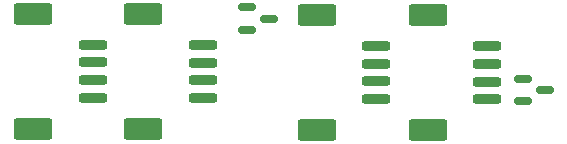
<source format=gbr>
%TF.GenerationSoftware,KiCad,Pcbnew,8.0.4*%
%TF.CreationDate,2024-08-02T21:30:08+02:00*%
%TF.ProjectId,HatV5,48617456-352e-46b6-9963-61645f706362,V2*%
%TF.SameCoordinates,Original*%
%TF.FileFunction,Paste,Top*%
%TF.FilePolarity,Positive*%
%FSLAX46Y46*%
G04 Gerber Fmt 4.6, Leading zero omitted, Abs format (unit mm)*
G04 Created by KiCad (PCBNEW 8.0.4) date 2024-08-02 21:30:08*
%MOMM*%
%LPD*%
G01*
G04 APERTURE LIST*
G04 Aperture macros list*
%AMRoundRect*
0 Rectangle with rounded corners*
0 $1 Rounding radius*
0 $2 $3 $4 $5 $6 $7 $8 $9 X,Y pos of 4 corners*
0 Add a 4 corners polygon primitive as box body*
4,1,4,$2,$3,$4,$5,$6,$7,$8,$9,$2,$3,0*
0 Add four circle primitives for the rounded corners*
1,1,$1+$1,$2,$3*
1,1,$1+$1,$4,$5*
1,1,$1+$1,$6,$7*
1,1,$1+$1,$8,$9*
0 Add four rect primitives between the rounded corners*
20,1,$1+$1,$2,$3,$4,$5,0*
20,1,$1+$1,$4,$5,$6,$7,0*
20,1,$1+$1,$6,$7,$8,$9,0*
20,1,$1+$1,$8,$9,$2,$3,0*%
G04 Aperture macros list end*
%ADD10RoundRect,0.200000X1.000000X-0.200000X1.000000X0.200000X-1.000000X0.200000X-1.000000X-0.200000X0*%
%ADD11RoundRect,0.250000X1.400000X-0.650000X1.400000X0.650000X-1.400000X0.650000X-1.400000X-0.650000X0*%
%ADD12RoundRect,0.150000X-0.587500X-0.150000X0.587500X-0.150000X0.587500X0.150000X-0.587500X0.150000X0*%
G04 APERTURE END LIST*
D10*
%TO.C,J4*%
X159961778Y-104134422D03*
X159961778Y-102634422D03*
X159961778Y-101134422D03*
X159961778Y-99634422D03*
D11*
X154911778Y-106734422D03*
X154911778Y-97034422D03*
%TD*%
D10*
%TO.C,J3*%
X150552800Y-104120000D03*
X150552800Y-102620000D03*
X150552800Y-101120000D03*
X150552800Y-99620000D03*
D11*
X145502800Y-106720000D03*
X145502800Y-97020000D03*
%TD*%
D12*
%TO.C,U4*%
X162955256Y-102404865D03*
X162955256Y-104304865D03*
X164830256Y-103354865D03*
%TD*%
%TO.C,U2*%
X139565200Y-96363200D03*
X139565200Y-98263200D03*
X141440200Y-97313200D03*
%TD*%
D10*
%TO.C,J2*%
X135838200Y-104043800D03*
X135838200Y-102543800D03*
X135838200Y-101043800D03*
X135838200Y-99543800D03*
D11*
X130788200Y-106643800D03*
X130788200Y-96943800D03*
%TD*%
D10*
%TO.C,J1*%
X126532400Y-104019400D03*
X126532400Y-102519400D03*
X126532400Y-101019400D03*
X126532400Y-99519400D03*
D11*
X121482400Y-106619400D03*
X121482400Y-96919400D03*
%TD*%
M02*

</source>
